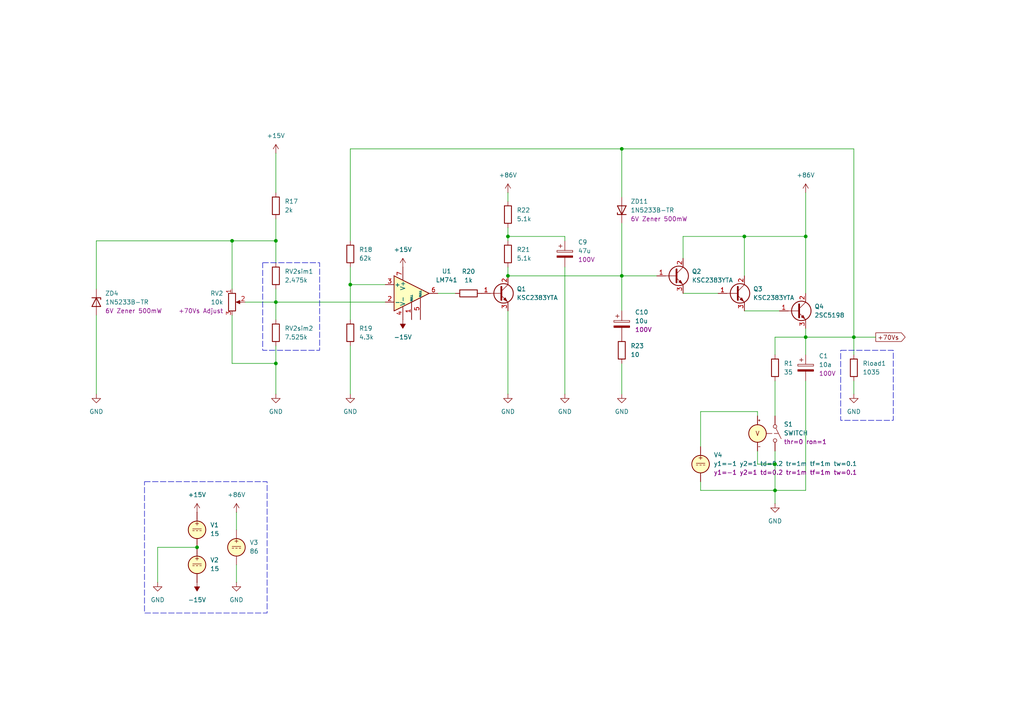
<source format=kicad_sch>
(kicad_sch (version 20250114) (generator "eeschema") (generator_version "9.0")
  (paper "A4")
  (title_block (title "+70 Volt Regulated Supply on N80HD01") (date "2025-08-24") (rev "1") (comment 1 "Circuit in dashed boxes is for the simulation only") (comment 2 "Q4 is 2SC5198 as substitution for 2SD110-0, located off-board in N80H04 (dry HV box)") (comment 3 "ZD4 and ZD11 are 1N5233B-TR as substitutions for RD6A Zener diodes") (comment 4 "Q1,Q2,Q3 are KSC2383YTA as substitutions for 2SC484-Y bipolar NPN transitors"))
  (lib_symbols
    (symbol "Amplifier_Operational:LM741" (pin_names (offset 0.127))
      (property "Reference" "U" (at 0 6.35 0))
      (property "Value" "LM741" (at 0 3.81 0))
      (symbol "LM741_0_1"
        (polyline (pts (xy -5.08 5.08) (xy 5.08 0) (xy -5.08 -5.08) (xy -5.08 5.08)) (stroke (width 0.254)) (fill (type background)))
      )
      (symbol "LM741_1_1"
        (pin input line (at -7.62 2.54 0) (length 2.54) (name "+") (number "3"))
        (pin input line (at -7.62 -2.54 0) (length 2.54) (name "-") (number "2"))
        (pin power_in line (at -2.54 7.62 270) (length 3.81) (name "V+") (number "7"))
        (pin power_in line (at -2.54 -7.62 90) (length 3.81) (name "V-") (number "4"))
        (pin no_connect line (at 0 2.54 270) (length 2.54) (hide yes) (name "NC") (number "8"))
        (pin input line (at 0 -7.62 90) (length 5.08) (name "NULL") (number "1"))
        (pin input line (at 2.54 -7.62 90) (length 6.35) (name "NULL") (number "5"))
        (pin output line (at 7.62 0 180) (length 2.54) (name "~") (number "6"))
      )
    )
    (symbol "Device:C_Polarized" (pin_numbers (hide yes)) (pin_names (offset 0.254))
      (property "Reference" "C" (at 0.635 2.54 0))
      (property "Value" "C_Polarized" (at 0.635 -2.54 0))
      (symbol "C_Polarized_0_1"
        (rectangle (start -2.286 0.508) (end 2.286 1.016))
        (polyline (pts (xy -1.778 2.286) (xy -0.762 2.286)))
        (polyline (pts (xy -1.27 2.794) (xy -1.27 1.778)))
        (rectangle (start 2.286 -0.508) (end -2.286 -1.016) (fill (type outline)))
      )
      (symbol "C_Polarized_1_1"
        (pin passive line (at 0 3.81 270) (length 2.794) (name "~") (number "1"))
        (pin passive line (at 0 -3.81 90) (length 2.794) (name "~") (number "2"))
      )
    )
    (symbol "Device:R" (pin_numbers (hide yes)) (pin_names (offset 0))
      (property "Reference" "R" (at 2.032 0 90))
      (property "Value" "R" (at 0 0 90))
      (symbol "R_0_1"
        (rectangle (start -1.016 -2.54) (end 1.016 2.54) (stroke (width 0.254)))
      )
      (symbol "R_1_1"
        (pin passive line (at 0 3.81 270) (length 1.27) (name "~") (number "1"))
        (pin passive line (at 0 -3.81 90) (length 1.27) (name "~") (number "2"))
      )
    )
    (symbol "Device:R_Potentiometer" (pin_names (offset 1.016) (hide yes))
      (property "Reference" "RV" (at -4.445 0 90))
      (property "Value" "R_Potentiometer" (at -2.54 0 90))
      (symbol "R_Potentiometer_0_1"
        (rectangle (start 1.016 2.54) (end -1.016 -2.54) (stroke (width 0.254)))
        (polyline (pts (xy 1.143 0) (xy 2.286 0.508) (xy 2.286 -0.508) (xy 1.143 0)) (fill (type outline)))
        (polyline (pts (xy 2.54 0) (xy 1.524 0)))
      )
      (symbol "R_Potentiometer_1_1"
        (pin passive line (at 0 3.81 270) (length 1.27) (name "1") (number "1"))
        (pin passive line (at 0 -3.81 90) (length 1.27) (name "3") (number "3"))
        (pin passive line (at 3.81 0 180) (length 1.27) (name "2") (number "2"))
      )
    )
    (symbol "Diode:BZV55C6V2" (pin_numbers (hide yes)) (pin_names (hide yes))
      (property "Reference" "D" (at 0 2.54 0))
      (property "Value" "BZV55C6V2" (at 0 -2.54 0))
      (symbol "BZV55C6V2_0_1"
        (polyline (pts (xy -1.27 -1.27) (xy -1.27 1.27) (xy -0.762 1.27)) (stroke (width 0.254)))
        (polyline (pts (xy 1.27 0) (xy -1.27 0)))
        (polyline (pts (xy 1.27 -1.27) (xy 1.27 1.27) (xy -1.27 0) (xy 1.27 -1.27)) (stroke (width 0.254)))
      )
      (symbol "BZV55C6V2_1_1"
        (pin passive line (at -3.81 0 0) (length 2.54) (name "K") (number "1"))
        (pin passive line (at 3.81 0 180) (length 2.54) (name "A") (number "2"))
      )
    )
    (symbol "Simulation_SPICE:SWITCH" (pin_numbers (hide yes)) (pin_names (offset 1.016) (hide yes))
      (property "Reference" "S" (at 2.54 2.54 0))
      (property "Value" "SWITCH" (at 2.54 0 0))
      (property "Sim.Params" "thr=0 ron=1" (at 2.54 -2.54 0))
      (symbol "SWITCH_0_1"
        (circle (center 0 2.032) (radius 0.508))
        (circle (center 0 -2.032) (radius 0.508))
        (polyline (pts (xy 0.254 1.524) (xy 1.778 -1.524)))
      )
      (symbol "SWITCH_1_1"
        (circle (center -5.08 0) (radius 2.54) (stroke (width 0.254)) (fill (type background)))
        (polyline (pts (xy -4.826 3.81) (xy -4.318 3.81)))
        (polyline (pts (xy -4.826 -3.81) (xy -4.318 -3.81)))
        (polyline (pts (xy -4.572 4.064) (xy -4.572 3.556)))
        (polyline (pts (xy -2.54 0) (xy 0.889 0)) (stroke (width 0) (type dash)))
        (text "V" (at -5.08 0 0) (effects (font (size 1.27 1.27))))
        (pin input line (at -5.08 5.08 270) (length 2.54) (name "C+") (number "3"))
        (pin input line (at -5.08 -5.08 90) (length 2.54) (name "C-") (number "4"))
        (pin passive line (at 0 5.08 270) (length 2.54) (name "N+") (number "1"))
        (pin passive line (at 0 -5.08 90) (length 2.54) (name "N-") (number "2"))
      )
    )
    (symbol "Simulation_SPICE:VDC" (pin_numbers (hide yes)) (pin_names (offset 0.0254))
      (property "Reference" "V" (at 2.54 2.54 0))
      (property "Value" "1" (at 2.54 0 0))
      (symbol "VDC_0_0"
        (polyline (pts (xy -1.27 0.254) (xy 1.27 0.254)))
        (polyline (pts (xy -0.762 -0.254) (xy -1.27 -0.254)))
        (polyline (pts (xy 0.254 -0.254) (xy -0.254 -0.254)))
        (polyline (pts (xy 1.27 -0.254) (xy 0.762 -0.254)))
        (text "+" (at 0 1.905 0) (effects (font (size 1.27 1.27))))
      )
      (symbol "VDC_0_1"
        (circle (center 0 0) (radius 2.54) (stroke (width 0.254)) (fill (type background)))
      )
      (symbol "VDC_1_1"
        (pin passive line (at 0 5.08 270) (length 2.54) (name "~") (number "1"))
        (pin passive line (at 0 -5.08 90) (length 2.54) (name "~") (number "2"))
      )
    )
    (symbol "Transistor_BJT:2SD1047" (pin_names (offset 0) (hide yes))
      (property "Reference" "Q" (at 6.35 1.905 0))
      (property "Value" "2SD1047" (at 6.35 0 0))
      (symbol "2SD1047_0_1"
        (polyline (pts (xy -2.54 0) (xy 0.635 0)))
        (polyline (pts (xy 0.635 1.905) (xy 0.635 -1.905)) (stroke (width 0.508)))
        (circle (center 1.27 0) (radius 2.8194) (stroke (width 0.254)))
      )
      (symbol "2SD1047_1_1"
        (polyline (pts (xy 0.635 0.635) (xy 2.54 2.54)))
        (polyline (pts (xy 0.635 -0.635) (xy 2.54 -2.54)))
        (polyline (pts (xy 1.27 -1.778) (xy 1.778 -1.27) (xy 2.286 -2.286) (xy 1.27 -1.778)) (fill (type outline)))
        (pin input line (at -5.08 0 0) (length 2.54) (name "B") (number "1"))
        (pin passive line (at 2.54 5.08 270) (length 2.54) (name "C") (number "2"))
        (pin passive line (at 2.54 -5.08 90) (length 2.54) (name "E") (number "3"))
      )
    )
    (symbol "Transistor_BJT:MJE13003" (pin_names (offset 0) (hide yes))
      (property "Reference" "Q" (at 5.08 1.905 0))
      (property "Value" "MJE13003" (at 5.08 0 0))
      (symbol "MJE13003_0_1"
        (polyline (pts (xy -2.54 0) (xy 0.635 0)))
        (polyline (pts (xy 0.635 1.905) (xy 0.635 -1.905)) (stroke (width 0.508)))
        (circle (center 1.27 0) (radius 2.8194) (stroke (width 0.254)))
      )
      (symbol "MJE13003_1_1"
        (polyline (pts (xy 0.635 0.635) (xy 2.54 2.54)))
        (polyline (pts (xy 0.635 -0.635) (xy 2.54 -2.54)))
        (polyline (pts (xy 1.27 -1.778) (xy 1.778 -1.27) (xy 2.286 -2.286) (xy 1.27 -1.778)) (fill (type outline)))
        (pin input line (at -5.08 0 0) (length 2.54) (name "B") (number "1"))
        (pin passive line (at 2.54 5.08 270) (length 2.54) (name "C") (number "2"))
        (pin passive line (at 2.54 -5.08 90) (length 2.54) (name "E") (number "3"))
      )
    )
    (symbol "power:+15V" (power) (pin_numbers (hide yes)) (pin_names (offset 0) (hide yes))
      (property "Value" "+15V" (at 0 3.556 0))
      (symbol "+15V_0_1"
        (polyline (pts (xy -0.762 1.27) (xy 0 2.54)))
        (polyline (pts (xy 0 2.54) (xy 0.762 1.27)))
        (polyline (pts (xy 0 0) (xy 0 2.54)))
      )
      (symbol "+15V_1_1"
        (pin power_in line (at 0 0 90) (length 0) (name "~") (number "1"))
      )
    )
    (symbol "power:+36V" (power) (pin_numbers (hide yes)) (pin_names (offset 0) (hide yes))
      (property "Value" "+36V" (at 0 3.556 0))
      (symbol "+36V_0_1"
        (polyline (pts (xy -0.762 1.27) (xy 0 2.54)))
        (polyline (pts (xy 0 2.54) (xy 0.762 1.27)))
        (polyline (pts (xy 0 0) (xy 0 2.54)))
      )
      (symbol "+36V_1_1"
        (pin power_in line (at 0 0 90) (length 0) (name "~") (number "1"))
      )
    )
    (symbol "power:-15V" (power) (pin_numbers (hide yes)) (pin_names (offset 0) (hide yes))
      (property "Value" "-15V" (at 0 3.556 0))
      (symbol "-15V_0_0"
        (pin power_in line (at 0 0 90) (length 0) (name "~") (number "1"))
      )
      (symbol "-15V_0_1"
        (polyline (pts (xy 0 0) (xy 0 1.27) (xy 0.762 1.27) (xy 0 2.54) (xy -0.762 1.27) (xy 0 1.27)) (fill (type outline)))
      )
    )
    (symbol "power:GND" (power) (pin_numbers (hide yes)) (pin_names (offset 0) (hide yes))
      (property "Value" "GND" (at 0 -3.81 0))
      (symbol "GND_0_1"
        (polyline (pts (xy 0 0) (xy 0 -1.27) (xy 1.27 -1.27) (xy 0 -2.54) (xy -1.27 -1.27) (xy 0 -1.27)))
      )
      (symbol "GND_1_1"
        (pin power_in line (at 0 0 270) (length 0) (name "~") (number "1"))
      )
    )
  )
  (rectangle (start 76.2 76.2) (end 92.71 101.6) (stroke (width 0) (type dash)))
  (rectangle (start 243.84 101.6) (end 259.08 121.92) (stroke (width 0) (type dash)))
  (rectangle (start 41.91 139.7) (end 77.47 177.8) (stroke (width 0) (type dash)))
  (junction (at 233.68 68.58))
  (junction (at 215.9 68.58))
  (junction (at 180.34 43.18))
  (junction (at 224.79 142.24))
  (junction (at 180.34 80.01))
  (junction (at 224.79 134.62))
  (junction (at 80.01 105.41))
  (junction (at 67.31 69.85))
  (junction (at 147.32 80.01))
  (junction (at 247.65 97.79))
  (junction (at 80.01 87.63))
  (junction (at 101.6 82.55))
  (junction (at 80.01 69.85))
  (junction (at 147.32 68.58))
  (junction (at 233.68 97.79))
  (junction (at 57.15 158.75))
  (wire (pts (xy 147.32 69.85) (xy 147.32 68.58)))
  (wire (pts (xy 147.32 114.3) (xy 147.32 90.17)))
  (wire (pts (xy 127 85.09) (xy 132.08 85.09)))
  (wire (pts (xy 67.31 105.41) (xy 80.01 105.41)))
  (wire (pts (xy 215.9 68.58) (xy 215.9 80.01)))
  (wire (pts (xy 147.32 80.01) (xy 180.34 80.01)))
  (wire (pts (xy 27.94 114.3) (xy 27.94 91.44)))
  (wire (pts (xy 80.01 69.85) (xy 80.01 76.2)))
  (wire (pts (xy 180.34 43.18) (xy 101.6 43.18)))
  (wire (pts (xy 101.6 82.55) (xy 101.6 92.71)))
  (wire (pts (xy 224.79 102.87) (xy 224.79 97.79)))
  (wire (pts (xy 147.32 66.04) (xy 147.32 68.58)))
  (wire (pts (xy 67.31 69.85) (xy 80.01 69.85)))
  (wire (pts (xy 180.34 80.01) (xy 190.5 80.01)))
  (wire (pts (xy 247.65 114.3) (xy 247.65 110.49)))
  (wire (pts (xy 233.68 142.24) (xy 224.79 142.24)))
  (wire (pts (xy 147.32 55.88) (xy 147.32 58.42)))
  (wire (pts (xy 203.2 129.54) (xy 203.2 119.38)))
  (wire (pts (xy 233.68 110.49) (xy 233.68 142.24)))
  (wire (pts (xy 233.68 97.79) (xy 233.68 102.87)))
  (wire (pts (xy 247.65 97.79) (xy 247.65 102.87)))
  (wire (pts (xy 27.94 69.85) (xy 27.94 83.82)))
  (wire (pts (xy 101.6 114.3) (xy 101.6 100.33)))
  (wire (pts (xy 80.01 105.41) (xy 80.01 114.3)))
  (wire (pts (xy 101.6 43.18) (xy 101.6 69.85)))
  (wire (pts (xy 219.71 119.38) (xy 219.71 120.65)))
  (wire (pts (xy 180.34 114.3) (xy 180.34 105.41)))
  (wire (pts (xy 198.12 68.58) (xy 198.12 74.93)))
  (wire (pts (xy 198.12 68.58) (xy 215.9 68.58)))
  (wire (pts (xy 233.68 97.79) (xy 247.65 97.79)))
  (wire (pts (xy 198.12 85.09) (xy 208.28 85.09)))
  (wire (pts (xy 45.72 158.75) (xy 45.72 168.91)))
  (wire (pts (xy 247.65 97.79) (xy 247.65 43.18)))
  (wire (pts (xy 68.58 168.91) (xy 68.58 163.83)))
  (wire (pts (xy 180.34 43.18) (xy 180.34 57.15)))
  (wire (pts (xy 247.65 43.18) (xy 180.34 43.18)))
  (wire (pts (xy 224.79 134.62) (xy 224.79 142.24)))
  (wire (pts (xy 80.01 100.33) (xy 80.01 105.41)))
  (wire (pts (xy 67.31 69.85) (xy 67.31 83.82)))
  (wire (pts (xy 219.71 130.81) (xy 219.71 134.62)))
  (wire (pts (xy 233.68 68.58) (xy 233.68 85.09)))
  (wire (pts (xy 147.32 68.58) (xy 163.83 68.58)))
  (wire (pts (xy 203.2 139.7) (xy 203.2 142.24)))
  (wire (pts (xy 45.72 158.75) (xy 57.15 158.75)))
  (wire (pts (xy 71.12 87.63) (xy 80.01 87.63)))
  (wire (pts (xy 233.68 55.88) (xy 233.68 68.58)))
  (wire (pts (xy 224.79 97.79) (xy 233.68 97.79)))
  (wire (pts (xy 215.9 90.17) (xy 226.06 90.17)))
  (wire (pts (xy 224.79 130.81) (xy 224.79 134.62)))
  (wire (pts (xy 80.01 83.82) (xy 80.01 87.63)))
  (wire (pts (xy 67.31 91.44) (xy 67.31 105.41)))
  (wire (pts (xy 163.83 77.47) (xy 163.83 114.3)))
  (wire (pts (xy 68.58 148.59) (xy 68.58 153.67)))
  (wire (pts (xy 80.01 87.63) (xy 111.76 87.63)))
  (wire (pts (xy 180.34 64.77) (xy 180.34 80.01)))
  (wire (pts (xy 215.9 68.58) (xy 233.68 68.58)))
  (wire (pts (xy 147.32 77.47) (xy 147.32 80.01)))
  (wire (pts (xy 163.83 69.85) (xy 163.83 68.58)))
  (wire (pts (xy 101.6 82.55) (xy 111.76 82.55)))
  (wire (pts (xy 180.34 80.01) (xy 180.34 90.17)))
  (wire (pts (xy 203.2 142.24) (xy 224.79 142.24)))
  (wire (pts (xy 80.01 44.45) (xy 80.01 55.88)))
  (wire (pts (xy 219.71 134.62) (xy 224.79 134.62)))
  (wire (pts (xy 224.79 110.49) (xy 224.79 120.65)))
  (wire (pts (xy 80.01 87.63) (xy 80.01 92.71)))
  (wire (pts (xy 247.65 97.79) (xy 254 97.79)))
  (wire (pts (xy 233.68 95.25) (xy 233.68 97.79)))
  (wire (pts (xy 27.94 69.85) (xy 67.31 69.85)))
  (wire (pts (xy 101.6 77.47) (xy 101.6 82.55)))
  (wire (pts (xy 224.79 142.24) (xy 224.79 146.05)))
  (wire (pts (xy 80.01 63.5) (xy 80.01 69.85)))
  (wire (pts (xy 203.2 119.38) (xy 219.71 119.38)))
  (global_label "+70Vs" (shape output) (at 254 97.79 0) (property "Intersheetrefs" "${INTERSHEET_REFS}" (effects (hide yes))))
  (symbol (lib_id "power:GND") (at 68.58 168.91 0) (unit 1) (in_bom no) (on_board no)
    (property "Reference" "#PWR013" (effects (hide yes)))
    (property "Value" "GND" (at 68.58 173.99 0))
    (property "Description" "Power symbol creates a global label with name \"GND\" , ground" (effects (hide yes)))
  )
  (symbol (lib_id "power:+15V") (at 116.84 77.47 0) (unit 1)
    (property "Reference" "#PWR06" (effects (hide yes)))
    (property "Value" "+15V" (at 116.84 72.39 0))
    (property "Description" "Power symbol creates a global label with name \"+15V\"" (effects (hide yes)))
  )
  (symbol (lib_id "power:+15V") (at 57.15 148.59 0) (unit 1) (in_bom no) (on_board no)
    (property "Reference" "#PWR015" (effects (hide yes)))
    (property "Value" "+15V" (at 57.15 143.51 0))
    (property "Description" "Power symbol creates a global label with name \"+15V\"" (effects (hide yes)))
  )
  (symbol (lib_id "Transistor_BJT:MJE13003") (at 213.36 85.09 0) (unit 1)
    (property "Reference" "Q3" (at 218.44 83.8199 0) (effects (justify left)))
    (property "Value" "KSC2383YTA" (at 218.44 86.3599 0) (effects (justify left)))
    (property "Sim.Device" "NPN" (effects (hide yes)))
    (property "Sim.Library" "KSC2383.lib" (effects (hide yes)))
    (property "Sim.Name" "KSC2383" (effects (hide yes)))
    (property "Sim.Type" "GUMMELPOON" (effects (hide yes)))
    (property "Sim.Pins" "1=B 2=C 3=E" (effects (hide yes)))
  )
  (symbol (lib_id "power:GND") (at 27.94 114.3 0) (unit 1)
    (property "Reference" "#PWR09" (effects (hide yes)))
    (property "Value" "GND" (at 27.94 119.38 0))
    (property "Description" "Power symbol creates a global label with name \"GND\" , ground" (effects (hide yes)))
  )
  (symbol (lib_id "power:GND") (at 147.32 114.3 0) (unit 1)
    (property "Reference" "#PWR08" (effects (hide yes)))
    (property "Value" "GND" (at 147.32 119.38 0))
    (property "Description" "Power symbol creates a global label with name \"GND\" , ground" (effects (hide yes)))
  )
  (symbol (lib_id "Simulation_SPICE:VDC") (at 203.2 134.62 0) (unit 1) (in_bom no) (on_board no)
    (property "Reference" "V4" (at 207.01 131.9501 0) (effects (justify left)))
    (property "Value" "${SIM.PARAMS}" (at 207.01 134.4901 0) (effects (justify left)))
    (property "Datasheet" "https://ngspice.sourceforge.io/docs/ngspice-html-manual/manual.xhtml#sec_Independent_Sources_for" (effects (hide yes)))
    (property "Description" "Voltage source, DC" (effects (hide yes)))
    (property "Sim.Pins" "1=+ 2=-" (effects (hide yes)))
    (property "Sim.Type" "PULSE" (effects (hide yes)))
    (property "Sim.Device" "V" (effects (hide yes)))
    (property "Sim.Params" "y1=-1 y2=1 td=0.2 tr=1m tf=1m tw=0.1" (at 207.01 137.0301 0) (effects (justify left)))
  )
  (symbol (lib_id "Device:C_Polarized") (at 233.68 106.68 0) (unit 1)
    (property "Reference" "C1" (at 237.49 103.2509 0) (effects (justify left)))
    (property "Value" "10a" (at 237.49 105.7909 0) (effects (justify left)))
    (property "Description" "100V" (at 237.49 108.3309 0) (effects (justify left)))
  )
  (symbol (lib_id "power:-15V") (at 57.15 168.91 180) (unit 1) (in_bom no) (on_board no)
    (property "Reference" "#PWR016" (effects (hide yes)))
    (property "Value" "-15V" (at 57.15 173.99 0))
    (property "Description" "Power symbol creates a global label with name \"-15V\"" (effects (hide yes)))
  )
  (symbol (lib_id "Device:R") (at 80.01 96.52 0) (unit 1) (in_bom no) (on_board no)
    (property "Reference" "RV2sim2" (at 82.55 95.2499 0) (effects (justify left)))
    (property "Value" "7.525k" (at 82.55 97.7899 0) (effects (justify left)))
    (property "Description" "Resistor" (effects (hide yes)))
  )
  (symbol (lib_id "Diode:BZV55C6V2") (at 180.34 60.96 90) (unit 1)
    (property "Reference" "ZD11" (at 182.88 58.4199 90) (effects (justify right)))
    (property "Value" "1N5233B-TR" (at 182.88 60.9599 90) (effects (justify right)))
    (property "Description" "6V Zener 500mW" (at 182.88 63.4999 90) (effects (justify right)))
    (property "Sim.Device" "D" (effects (hide yes)))
    (property "Sim.Pins" "1=K 2=A" (effects (hide yes)))
    (property "Sim.Params" "bv=6" (effects (hide yes)))
  )
  (symbol (lib_id "Device:R") (at 80.01 80.01 0) (unit 1) (in_bom no) (on_board no)
    (property "Reference" "RV2sim1" (at 82.55 78.7399 0) (effects (justify left)))
    (property "Value" "2.475k" (at 82.55 81.2799 0) (effects (justify left)))
    (property "Description" "Resistor" (effects (hide yes)))
  )
  (symbol (lib_id "Transistor_BJT:MJE13003") (at 144.78 85.09 0) (unit 1)
    (property "Reference" "Q1" (at 149.86 83.8199 0) (effects (justify left)))
    (property "Value" "KSC2383YTA" (at 149.86 86.3599 0) (effects (justify left)))
    (property "Sim.Device" "NPN" (effects (hide yes)))
    (property "Sim.Library" "KSC2383.lib" (effects (hide yes)))
    (property "Sim.Name" "KSC2383" (effects (hide yes)))
    (property "Sim.Type" "GUMMELPOON" (effects (hide yes)))
    (property "Sim.Pins" "1=B 2=C 3=E" (effects (hide yes)))
  )
  (symbol (lib_id "power:GND") (at 224.79 146.05 0) (unit 1)
    (property "Reference" "#PWR018" (effects (hide yes)))
    (property "Value" "GND" (at 224.79 151.13 0))
    (property "Description" "Power symbol creates a global label with name \"GND\" , ground" (effects (hide yes)))
  )
  (symbol (lib_id "Device:C_Polarized") (at 163.83 73.66 0) (unit 1)
    (property "Reference" "C9" (at 167.64 70.2309 0) (effects (justify left)))
    (property "Value" "47u" (at 167.64 72.7709 0) (effects (justify left)))
    (property "Description" "100V" (at 167.64 75.3109 0) (effects (justify left)))
  )
  (symbol (lib_id "Transistor_BJT:2SD1047") (at 231.14 90.17 0) (unit 1)
    (property "Reference" "Q4" (at 236.22 88.8999 0) (effects (justify left)))
    (property "Value" "2SC5198" (at 236.22 91.4399 0) (effects (justify left)))
    (property "Sim.Device" "NPN" (effects (hide yes)))
    (property "Sim.Library" "2N2222A.mod" (effects (hide yes)))
    (property "Sim.Name" "Q2SC5198" (effects (hide yes)))
    (property "Sim.Type" "GUMMELPOON" (effects (hide yes)))
    (property "Sim.Pins" "1=B 2=C 3=E" (effects (hide yes)))
  )
  (symbol (lib_id "Simulation_SPICE:VDC") (at 57.15 163.83 0) (unit 1) (in_bom no) (on_board no)
    (property "Reference" "V2" (at 60.96 162.4301 0) (effects (justify left)))
    (property "Value" "15" (at 60.96 164.9701 0) (effects (justify left)))
    (property "Datasheet" "https://ngspice.sourceforge.io/docs/ngspice-html-manual/manual.xhtml#sec_Independent_Sources_for" (effects (hide yes)))
    (property "Description" "Voltage source, DC" (effects (hide yes)))
    (property "Sim.Pins" "1=+ 2=-" (effects (hide yes)))
    (property "Sim.Type" "DC" (effects (hide yes)))
    (property "Sim.Device" "V" (effects (hide yes)))
  )
  (symbol (lib_id "Simulation_SPICE:VDC") (at 57.15 153.67 0) (unit 1) (in_bom no) (on_board no)
    (property "Reference" "V1" (at 60.96 152.2701 0) (effects (justify left)))
    (property "Value" "15" (at 60.96 154.8101 0) (effects (justify left)))
    (property "Datasheet" "https://ngspice.sourceforge.io/docs/ngspice-html-manual/manual.xhtml#sec_Independent_Sources_for" (effects (hide yes)))
    (property "Description" "Voltage source, DC" (effects (hide yes)))
    (property "Sim.Pins" "1=+ 2=-" (effects (hide yes)))
    (property "Sim.Type" "DC" (effects (hide yes)))
    (property "Sim.Device" "V" (effects (hide yes)))
  )
  (symbol (lib_id "power:GND") (at 101.6 114.3 0) (unit 1)
    (property "Reference" "#PWR01" (effects (hide yes)))
    (property "Value" "GND" (at 101.6 119.38 0))
    (property "Description" "Power symbol creates a global label with name \"GND\" , ground" (effects (hide yes)))
  )
  (symbol (lib_id "Device:R") (at 101.6 73.66 0) (unit 1)
    (property "Reference" "R18" (at 104.14 72.3899 0) (effects (justify left)))
    (property "Value" "62k" (at 104.14 74.9299 0) (effects (justify left)))
    (property "Description" "Resistor" (effects (hide yes)))
  )
  (symbol (lib_id "Simulation_SPICE:SWITCH") (at 224.79 125.73 0) (unit 1)
    (property "Reference" "S1" (at 227.33 123.0629 0) (effects (justify left)))
    (property "Value" "SWITCH" (at 227.33 125.6029 0) (effects (justify left)))
    (property "Datasheet" "https://ngspice.sourceforge.io/docs/ngspice-html-manual/manual.xhtml#subsec_Switches" (effects (hide yes)))
    (property "Description" "Voltage controlled switch symbol for simulation only" (effects (hide yes)))
    (property "Sim.Device" "SW" (effects (hide yes)))
    (property "Sim.Type" "V" (effects (hide yes)))
    (property "Sim.Params" "thr=0 ron=1" (at 227.33 128.1429 0) (effects (justify left)))
    (property "Sim.Pins" "1=no+ 2=no- 3=ctrl+ 4=ctrl-" (effects (hide yes)))
  )
  (symbol (lib_id "Device:R") (at 135.89 85.09 90) (unit 1)
    (property "Reference" "R20" (at 135.89 78.74 90))
    (property "Value" "1k" (at 135.89 81.28 90))
    (property "Description" "Resistor" (effects (hide yes)))
  )
  (symbol (lib_id "Device:R") (at 180.34 101.6 180) (unit 1)
    (property "Reference" "R23" (at 182.88 100.3299 0) (effects (justify right)))
    (property "Value" "10" (at 182.88 102.8699 0) (effects (justify right)))
    (property "Description" "Resistor" (effects (hide yes)))
  )
  (symbol (lib_id "power:+36V") (at 68.58 148.59 0) (unit 1) (in_bom no) (on_board no)
    (property "Reference" "#PWR017" (effects (hide yes)))
    (property "Value" "+86V" (at 68.58 143.51 0))
    (property "Description" "Power symbol creates a global label with name \"+36V\"" (effects (hide yes)))
  )
  (symbol (lib_id "power:GND") (at 80.01 114.3 0) (unit 1)
    (property "Reference" "#PWR03" (effects (hide yes)))
    (property "Value" "GND" (at 80.01 119.38 0))
    (property "Description" "Power symbol creates a global label with name \"GND\" , ground" (effects (hide yes)))
  )
  (symbol (lib_id "Device:R") (at 80.01 59.69 0) (unit 1)
    (property "Reference" "R17" (at 82.55 58.4199 0) (effects (justify left)))
    (property "Value" "2k" (at 82.55 60.9599 0) (effects (justify left)))
    (property "Description" "Resistor" (effects (hide yes)))
  )
  (symbol (lib_id "Device:R") (at 224.79 106.68 0) (unit 1)
    (property "Reference" "R1" (at 227.33 105.4099 0) (effects (justify left)))
    (property "Value" "35" (at 227.33 107.9499 0) (effects (justify left)))
    (property "Description" "Resistor" (effects (hide yes)))
  )
  (symbol (lib_id "power:+36V") (at 233.68 55.88 0) (unit 1)
    (property "Reference" "#PWR010" (effects (hide yes)))
    (property "Value" "+86V" (at 233.68 50.8 0))
    (property "Description" "Power symbol creates a global label with name \"+36V\"" (effects (hide yes)))
  )
  (symbol (lib_id "Device:R") (at 147.32 73.66 180) (unit 1)
    (property "Reference" "R21" (at 149.86 72.3899 0) (effects (justify right)))
    (property "Value" "5.1k" (at 149.86 74.9299 0) (effects (justify right)))
    (property "Description" "Resistor" (effects (hide yes)))
  )
  (symbol (lib_id "power:GND") (at 45.72 168.91 0) (unit 1) (in_bom no) (on_board no)
    (property "Reference" "#PWR012" (effects (hide yes)))
    (property "Value" "GND" (at 45.72 173.99 0))
    (property "Description" "Power symbol creates a global label with name \"GND\" , ground" (effects (hide yes)))
  )
  (symbol (lib_id "power:-15V") (at 116.84 92.71 180) (unit 1)
    (property "Reference" "#PWR07" (effects (hide yes)))
    (property "Value" "-15V" (at 116.84 97.79 0))
    (property "Description" "Power symbol creates a global label with name \"-15V\"" (effects (hide yes)))
  )
  (symbol (lib_id "Device:R") (at 247.65 106.68 0) (unit 1) (in_bom no) (on_board no)
    (property "Reference" "Rload1" (at 250.19 105.4099 0) (effects (justify left)))
    (property "Value" "1035" (at 250.19 107.9499 0) (effects (justify left)))
    (property "Description" "Resistor" (effects (hide yes)))
  )
  (symbol (lib_id "Diode:BZV55C6V2") (at 27.94 87.63 270) (unit 1)
    (property "Reference" "ZD4" (at 30.48 85.0899 90) (effects (justify left)))
    (property "Value" "1N5233B-TR" (at 30.48 87.6299 90) (effects (justify left)))
    (property "Description" "6V Zener 500mW" (at 30.48 90.1699 90) (effects (justify left)))
    (property "Sim.Device" "D" (effects (hide yes)))
    (property "Sim.Pins" "1=K 2=A" (effects (hide yes)))
    (property "Sim.Params" "bv=6" (effects (hide yes)))
  )
  (symbol (lib_id "power:GND") (at 163.83 114.3 0) (unit 1)
    (property "Reference" "#PWR04" (effects (hide yes)))
    (property "Value" "GND" (at 163.83 119.38 0))
    (property "Description" "Power symbol creates a global label with name \"GND\" , ground" (effects (hide yes)))
  )
  (symbol (lib_id "power:GND") (at 247.65 114.3 0) (unit 1)
    (property "Reference" "#PWR011" (effects (hide yes)))
    (property "Value" "GND" (at 247.65 119.38 0))
    (property "Description" "Power symbol creates a global label with name \"GND\" , ground" (effects (hide yes)))
  )
  (symbol (lib_id "power:+15V") (at 80.01 44.45 0) (unit 1)
    (property "Reference" "#PWR05" (effects (hide yes)))
    (property "Value" "+15V" (at 80.01 39.37 0))
    (property "Description" "Power symbol creates a global label with name \"+15V\"" (effects (hide yes)))
  )
  (symbol (lib_id "Device:R") (at 147.32 62.23 0) (unit 1)
    (property "Reference" "R22" (at 149.86 60.9599 0) (effects (justify left)))
    (property "Value" "5.1k" (at 149.86 63.4999 0) (effects (justify left)))
    (property "Description" "Resistor" (effects (hide yes)))
  )
  (symbol (lib_id "power:+36V") (at 147.32 55.88 0) (unit 1)
    (property "Reference" "#PWR014" (effects (hide yes)))
    (property "Value" "+86V" (at 147.32 50.8 0))
    (property "Description" "Power symbol creates a global label with name \"+36V\"" (effects (hide yes)))
  )
  (symbol (lib_id "Simulation_SPICE:VDC") (at 68.58 158.75 0) (unit 1) (in_bom no) (on_board no)
    (property "Reference" "V3" (at 72.39 157.3501 0) (effects (justify left)))
    (property "Value" "86" (at 72.39 159.8901 0) (effects (justify left)))
    (property "Datasheet" "https://ngspice.sourceforge.io/docs/ngspice-html-manual/manual.xhtml#sec_Independent_Sources_for" (effects (hide yes)))
    (property "Description" "Voltage source, DC" (effects (hide yes)))
    (property "Sim.Pins" "1=+ 2=-" (effects (hide yes)))
    (property "Sim.Type" "DC" (effects (hide yes)))
    (property "Sim.Device" "V" (effects (hide yes)))
  )
  (symbol (lib_id "Device:C_Polarized") (at 180.34 93.98 0) (unit 1)
    (property "Reference" "C10" (at 184.15 90.5509 0) (effects (justify left)))
    (property "Value" "10u" (at 184.15 93.0909 0) (effects (justify left)))
    (property "Description" "100V" (at 184.15 95.6309 0) (effects (justify left)))
  )
  (symbol (lib_id "Device:R_Potentiometer") (at 67.31 87.63 0) (unit 1) (exclude_from_sim yes)
    (property "Reference" "RV2" (at 64.77 85.0899 0) (effects (justify right)))
    (property "Value" "10k" (at 64.77 87.6299 0) (effects (justify right)))
    (property "Description" "+70Vs Adjust" (at 64.77 90.1699 0) (effects (justify right)))
  )
  (symbol (lib_id "Device:R") (at 101.6 96.52 0) (unit 1)
    (property "Reference" "R19" (at 104.14 95.2499 0) (effects (justify left)))
    (property "Value" "4.3k" (at 104.14 97.7899 0) (effects (justify left)))
    (property "Description" "Resistor" (effects (hide yes)))
  )
  (symbol (lib_id "power:GND") (at 180.34 114.3 0) (unit 1)
    (property "Reference" "#PWR02" (effects (hide yes)))
    (property "Value" "GND" (at 180.34 119.38 0))
    (property "Description" "Power symbol creates a global label with name \"GND\" , ground" (effects (hide yes)))
  )
  (symbol (lib_id "Transistor_BJT:MJE13003") (at 195.58 80.01 0) (unit 1)
    (property "Reference" "Q2" (at 200.66 78.7399 0) (effects (justify left)))
    (property "Value" "KSC2383YTA" (at 200.66 81.2799 0) (effects (justify left)))
    (property "Sim.Device" "NPN" (effects (hide yes)))
    (property "Sim.Library" "KSC2383.lib" (effects (hide yes)))
    (property "Sim.Name" "KSC2383" (effects (hide yes)))
    (property "Sim.Type" "GUMMELPOON" (effects (hide yes)))
    (property "Sim.Pins" "1=B 2=C 3=E" (effects (hide yes)))
  )
  (symbol (lib_id "Amplifier_Operational:LM741") (at 119.38 85.09 0) (unit 1)
    (property "Reference" "U1" (at 129.54 78.6698 0))
    (property "Value" "LM741" (at 129.54 81.2098 0))
    (property "Datasheet" "http://www.ti.com/lit/ds/symlink/lm741.pdf" (effects (hide yes)))
    (property "Description" "Operational Amplifier, DIP-8/TO-99-8" (effects (hide yes)))
    (property "Sim.Library" "lm741.lib" (effects (hide yes)))
    (property "Sim.Name" "LM741" (effects (hide yes)))
    (property "Sim.Device" "SUBCKT" (effects (hide yes)))
    (property "Sim.Pins" "2=2 3=1 4=50 6=28 7=99" (effects (hide yes)))
  )
)
</source>
